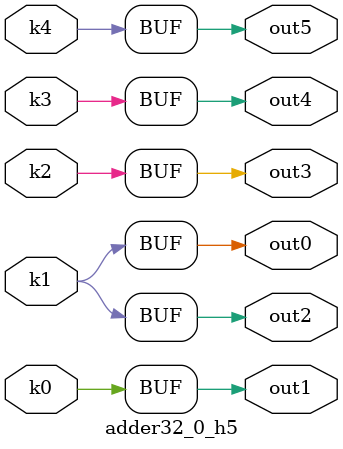
<source format=v>
module adder32_0(pi00, pi01, pi02, pi03, pi04, pi05, pi06, pi07, pi08, pi09, pi10, po0, po1, po2, po3, po4, po5);
input pi00, pi01, pi02, pi03, pi04, pi05, pi06, pi07, pi08, pi09, pi10;
output po0, po1, po2, po3, po4, po5;
wire k0, k1, k2, k3, k4;
adder32_0_w5 DUT1 (pi00, pi01, pi02, pi03, pi04, pi05, pi06, pi07, pi08, pi09, pi10, k0, k1, k2, k3, k4);
adder32_0_h5 DUT2 (k0, k1, k2, k3, k4, po0, po1, po2, po3, po4, po5);
endmodule

module adder32_0_w5(in10, in9, in8, in7, in6, in5, in4, in3, in2, in1, in0, k4, k3, k2, k1, k0);
input in10, in9, in8, in7, in6, in5, in4, in3, in2, in1, in0;
output k4, k3, k2, k1, k0;
assign k0 =   ((in6 ^ in1) & ((((in10 & (in5 | ~in0)) | (in5 & ~in0)) & (in7 | in2) & (in8 | in3) & (in9 | in4)) | ((in7 | in2) & ((in9 & in4 & (in8 | in3)) | (in8 & in3))) | (in7 & in2))) | (((~in5 & in0) | (~in10 & (~in5 | in0))) & (~in6 ^ in1) & (~in7 | ~in2) & (~in8 | ~in3) & (~in9 | ~in4)) | ((~in7 | ~in2) & (~in6 ^ in1) & ((~in8 & ~in3) | (~in9 & ~in4 & (~in8 | ~in3)))) | (~in7 & ~in2 & (~in6 ^ in1));
assign k1 =   ((~in7 ^ in2) & ((((in10 & (in5 | ~in0)) | (in5 & ~in0)) & (in8 | in3) & (in9 | in4)) | (in9 & in4 & (in8 | in3)) | (in8 & in3))) | (((~in5 & in0) | (~in10 & (~in5 | in0))) & (in7 ^ in2) & (~in8 | ~in3) & (~in9 | ~in4)) | ((in7 ^ in2) & ((~in8 & ~in3) | (~in9 & ~in4 & (~in8 | ~in3))));
assign k2 =   ((in8 ^ in3) & ((((in10 & (in5 | ~in0)) | (in5 & ~in0)) & (in9 | in4)) | (in9 & in4))) | (((~in5 & in0) | (~in10 & (~in5 | in0))) & (~in9 | ~in4) & (~in8 ^ in3)) | (~in9 & ~in4 & (~in8 ^ in3));
assign k3 =   ((~in9 ^ in4) & ((in10 & (in5 | ~in0)) | (in5 & ~in0))) | (((~in5 & in0) | (~in10 & (~in5 | in0))) & (in9 ^ in4));
assign k4 =   in10 ? (~in5 ^ in0) : (in5 ^ in0);
endmodule

module adder32_0_h5(k4, k3, k2, k1, k0, out5, out4, out3, out2, out1, out0);
input k4, k3, k2, k1, k0;
output out5, out4, out3, out2, out1, out0;
assign out0 = k1;
assign out1 = k0;
assign out2 = k1;
assign out3 = k2;
assign out4 = k3;
assign out5 = k4;
endmodule

</source>
